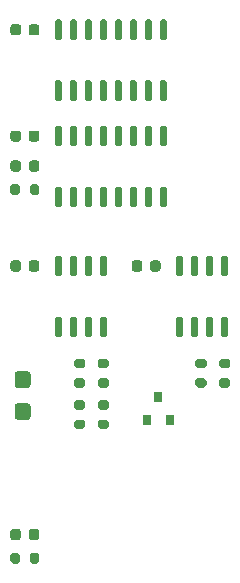
<source format=gtp>
%TF.GenerationSoftware,KiCad,Pcbnew,5.1.12-84ad8e8a86~92~ubuntu20.04.1*%
%TF.CreationDate,2021-12-12T16:01:27+01:00*%
%TF.ProjectId,C64 Joystick Switcher,43363420-4a6f-4797-9374-69636b205377,rev?*%
%TF.SameCoordinates,PX5b1e2c0PY21e9a40*%
%TF.FileFunction,Paste,Top*%
%TF.FilePolarity,Positive*%
%FSLAX46Y46*%
G04 Gerber Fmt 4.6, Leading zero omitted, Abs format (unit mm)*
G04 Created by KiCad (PCBNEW 5.1.12-84ad8e8a86~92~ubuntu20.04.1) date 2021-12-12 16:01:27*
%MOMM*%
%LPD*%
G01*
G04 APERTURE LIST*
%ADD10R,0.800000X0.900000*%
G04 APERTURE END LIST*
%TO.C,C5*%
G36*
G01*
X14830999Y-35490000D02*
X15681001Y-35490000D01*
G75*
G02*
X15931000Y-35739999I0J-249999D01*
G01*
X15931000Y-36640001D01*
G75*
G02*
X15681001Y-36890000I-249999J0D01*
G01*
X14830999Y-36890000D01*
G75*
G02*
X14581000Y-36640001I0J249999D01*
G01*
X14581000Y-35739999D01*
G75*
G02*
X14830999Y-35490000I249999J0D01*
G01*
G37*
G36*
G01*
X14830999Y-32790000D02*
X15681001Y-32790000D01*
G75*
G02*
X15931000Y-33039999I0J-249999D01*
G01*
X15931000Y-33940001D01*
G75*
G02*
X15681001Y-34190000I-249999J0D01*
G01*
X14830999Y-34190000D01*
G75*
G02*
X14581000Y-33940001I0J249999D01*
G01*
X14581000Y-33039999D01*
G75*
G02*
X14830999Y-32790000I249999J0D01*
G01*
G37*
%TD*%
D10*
%TO.C,Q1*%
X26756000Y-34940000D03*
X27706000Y-36940000D03*
X25806000Y-36940000D03*
%TD*%
%TO.C,D2*%
G36*
G01*
X15106000Y-46343750D02*
X15106000Y-46856250D01*
G75*
G02*
X14887250Y-47075000I-218750J0D01*
G01*
X14449750Y-47075000D01*
G75*
G02*
X14231000Y-46856250I0J218750D01*
G01*
X14231000Y-46343750D01*
G75*
G02*
X14449750Y-46125000I218750J0D01*
G01*
X14887250Y-46125000D01*
G75*
G02*
X15106000Y-46343750I0J-218750D01*
G01*
G37*
G36*
G01*
X16681000Y-46343750D02*
X16681000Y-46856250D01*
G75*
G02*
X16462250Y-47075000I-218750J0D01*
G01*
X16024750Y-47075000D01*
G75*
G02*
X15806000Y-46856250I0J218750D01*
G01*
X15806000Y-46343750D01*
G75*
G02*
X16024750Y-46125000I218750J0D01*
G01*
X16462250Y-46125000D01*
G75*
G02*
X16681000Y-46343750I0J-218750D01*
G01*
G37*
%TD*%
%TO.C,D1*%
G36*
G01*
X15106000Y-15143750D02*
X15106000Y-15656250D01*
G75*
G02*
X14887250Y-15875000I-218750J0D01*
G01*
X14449750Y-15875000D01*
G75*
G02*
X14231000Y-15656250I0J218750D01*
G01*
X14231000Y-15143750D01*
G75*
G02*
X14449750Y-14925000I218750J0D01*
G01*
X14887250Y-14925000D01*
G75*
G02*
X15106000Y-15143750I0J-218750D01*
G01*
G37*
G36*
G01*
X16681000Y-15143750D02*
X16681000Y-15656250D01*
G75*
G02*
X16462250Y-15875000I-218750J0D01*
G01*
X16024750Y-15875000D01*
G75*
G02*
X15806000Y-15656250I0J218750D01*
G01*
X15806000Y-15143750D01*
G75*
G02*
X16024750Y-14925000I218750J0D01*
G01*
X16462250Y-14925000D01*
G75*
G02*
X16681000Y-15143750I0J-218750D01*
G01*
G37*
%TD*%
%TO.C,U4*%
G36*
G01*
X18431000Y-24740000D02*
X18131000Y-24740000D01*
G75*
G02*
X17981000Y-24590000I0J150000D01*
G01*
X17981000Y-23140000D01*
G75*
G02*
X18131000Y-22990000I150000J0D01*
G01*
X18431000Y-22990000D01*
G75*
G02*
X18581000Y-23140000I0J-150000D01*
G01*
X18581000Y-24590000D01*
G75*
G02*
X18431000Y-24740000I-150000J0D01*
G01*
G37*
G36*
G01*
X19701000Y-24740000D02*
X19401000Y-24740000D01*
G75*
G02*
X19251000Y-24590000I0J150000D01*
G01*
X19251000Y-23140000D01*
G75*
G02*
X19401000Y-22990000I150000J0D01*
G01*
X19701000Y-22990000D01*
G75*
G02*
X19851000Y-23140000I0J-150000D01*
G01*
X19851000Y-24590000D01*
G75*
G02*
X19701000Y-24740000I-150000J0D01*
G01*
G37*
G36*
G01*
X20971000Y-24740000D02*
X20671000Y-24740000D01*
G75*
G02*
X20521000Y-24590000I0J150000D01*
G01*
X20521000Y-23140000D01*
G75*
G02*
X20671000Y-22990000I150000J0D01*
G01*
X20971000Y-22990000D01*
G75*
G02*
X21121000Y-23140000I0J-150000D01*
G01*
X21121000Y-24590000D01*
G75*
G02*
X20971000Y-24740000I-150000J0D01*
G01*
G37*
G36*
G01*
X22241000Y-24740000D02*
X21941000Y-24740000D01*
G75*
G02*
X21791000Y-24590000I0J150000D01*
G01*
X21791000Y-23140000D01*
G75*
G02*
X21941000Y-22990000I150000J0D01*
G01*
X22241000Y-22990000D01*
G75*
G02*
X22391000Y-23140000I0J-150000D01*
G01*
X22391000Y-24590000D01*
G75*
G02*
X22241000Y-24740000I-150000J0D01*
G01*
G37*
G36*
G01*
X22241000Y-29890000D02*
X21941000Y-29890000D01*
G75*
G02*
X21791000Y-29740000I0J150000D01*
G01*
X21791000Y-28290000D01*
G75*
G02*
X21941000Y-28140000I150000J0D01*
G01*
X22241000Y-28140000D01*
G75*
G02*
X22391000Y-28290000I0J-150000D01*
G01*
X22391000Y-29740000D01*
G75*
G02*
X22241000Y-29890000I-150000J0D01*
G01*
G37*
G36*
G01*
X20971000Y-29890000D02*
X20671000Y-29890000D01*
G75*
G02*
X20521000Y-29740000I0J150000D01*
G01*
X20521000Y-28290000D01*
G75*
G02*
X20671000Y-28140000I150000J0D01*
G01*
X20971000Y-28140000D01*
G75*
G02*
X21121000Y-28290000I0J-150000D01*
G01*
X21121000Y-29740000D01*
G75*
G02*
X20971000Y-29890000I-150000J0D01*
G01*
G37*
G36*
G01*
X19701000Y-29890000D02*
X19401000Y-29890000D01*
G75*
G02*
X19251000Y-29740000I0J150000D01*
G01*
X19251000Y-28290000D01*
G75*
G02*
X19401000Y-28140000I150000J0D01*
G01*
X19701000Y-28140000D01*
G75*
G02*
X19851000Y-28290000I0J-150000D01*
G01*
X19851000Y-29740000D01*
G75*
G02*
X19701000Y-29890000I-150000J0D01*
G01*
G37*
G36*
G01*
X18431000Y-29890000D02*
X18131000Y-29890000D01*
G75*
G02*
X17981000Y-29740000I0J150000D01*
G01*
X17981000Y-28290000D01*
G75*
G02*
X18131000Y-28140000I150000J0D01*
G01*
X18431000Y-28140000D01*
G75*
G02*
X18581000Y-28290000I0J-150000D01*
G01*
X18581000Y-29740000D01*
G75*
G02*
X18431000Y-29890000I-150000J0D01*
G01*
G37*
%TD*%
%TO.C,U3*%
G36*
G01*
X28701000Y-24740000D02*
X28401000Y-24740000D01*
G75*
G02*
X28251000Y-24590000I0J150000D01*
G01*
X28251000Y-23140000D01*
G75*
G02*
X28401000Y-22990000I150000J0D01*
G01*
X28701000Y-22990000D01*
G75*
G02*
X28851000Y-23140000I0J-150000D01*
G01*
X28851000Y-24590000D01*
G75*
G02*
X28701000Y-24740000I-150000J0D01*
G01*
G37*
G36*
G01*
X29971000Y-24740000D02*
X29671000Y-24740000D01*
G75*
G02*
X29521000Y-24590000I0J150000D01*
G01*
X29521000Y-23140000D01*
G75*
G02*
X29671000Y-22990000I150000J0D01*
G01*
X29971000Y-22990000D01*
G75*
G02*
X30121000Y-23140000I0J-150000D01*
G01*
X30121000Y-24590000D01*
G75*
G02*
X29971000Y-24740000I-150000J0D01*
G01*
G37*
G36*
G01*
X31241000Y-24740000D02*
X30941000Y-24740000D01*
G75*
G02*
X30791000Y-24590000I0J150000D01*
G01*
X30791000Y-23140000D01*
G75*
G02*
X30941000Y-22990000I150000J0D01*
G01*
X31241000Y-22990000D01*
G75*
G02*
X31391000Y-23140000I0J-150000D01*
G01*
X31391000Y-24590000D01*
G75*
G02*
X31241000Y-24740000I-150000J0D01*
G01*
G37*
G36*
G01*
X32511000Y-24740000D02*
X32211000Y-24740000D01*
G75*
G02*
X32061000Y-24590000I0J150000D01*
G01*
X32061000Y-23140000D01*
G75*
G02*
X32211000Y-22990000I150000J0D01*
G01*
X32511000Y-22990000D01*
G75*
G02*
X32661000Y-23140000I0J-150000D01*
G01*
X32661000Y-24590000D01*
G75*
G02*
X32511000Y-24740000I-150000J0D01*
G01*
G37*
G36*
G01*
X32511000Y-29890000D02*
X32211000Y-29890000D01*
G75*
G02*
X32061000Y-29740000I0J150000D01*
G01*
X32061000Y-28290000D01*
G75*
G02*
X32211000Y-28140000I150000J0D01*
G01*
X32511000Y-28140000D01*
G75*
G02*
X32661000Y-28290000I0J-150000D01*
G01*
X32661000Y-29740000D01*
G75*
G02*
X32511000Y-29890000I-150000J0D01*
G01*
G37*
G36*
G01*
X31241000Y-29890000D02*
X30941000Y-29890000D01*
G75*
G02*
X30791000Y-29740000I0J150000D01*
G01*
X30791000Y-28290000D01*
G75*
G02*
X30941000Y-28140000I150000J0D01*
G01*
X31241000Y-28140000D01*
G75*
G02*
X31391000Y-28290000I0J-150000D01*
G01*
X31391000Y-29740000D01*
G75*
G02*
X31241000Y-29890000I-150000J0D01*
G01*
G37*
G36*
G01*
X29971000Y-29890000D02*
X29671000Y-29890000D01*
G75*
G02*
X29521000Y-29740000I0J150000D01*
G01*
X29521000Y-28290000D01*
G75*
G02*
X29671000Y-28140000I150000J0D01*
G01*
X29971000Y-28140000D01*
G75*
G02*
X30121000Y-28290000I0J-150000D01*
G01*
X30121000Y-29740000D01*
G75*
G02*
X29971000Y-29890000I-150000J0D01*
G01*
G37*
G36*
G01*
X28701000Y-29890000D02*
X28401000Y-29890000D01*
G75*
G02*
X28251000Y-29740000I0J150000D01*
G01*
X28251000Y-28290000D01*
G75*
G02*
X28401000Y-28140000I150000J0D01*
G01*
X28701000Y-28140000D01*
G75*
G02*
X28851000Y-28290000I0J-150000D01*
G01*
X28851000Y-29740000D01*
G75*
G02*
X28701000Y-29890000I-150000J0D01*
G01*
G37*
%TD*%
%TO.C,U2*%
G36*
G01*
X18431000Y-4740000D02*
X18131000Y-4740000D01*
G75*
G02*
X17981000Y-4590000I0J150000D01*
G01*
X17981000Y-3140000D01*
G75*
G02*
X18131000Y-2990000I150000J0D01*
G01*
X18431000Y-2990000D01*
G75*
G02*
X18581000Y-3140000I0J-150000D01*
G01*
X18581000Y-4590000D01*
G75*
G02*
X18431000Y-4740000I-150000J0D01*
G01*
G37*
G36*
G01*
X19701000Y-4740000D02*
X19401000Y-4740000D01*
G75*
G02*
X19251000Y-4590000I0J150000D01*
G01*
X19251000Y-3140000D01*
G75*
G02*
X19401000Y-2990000I150000J0D01*
G01*
X19701000Y-2990000D01*
G75*
G02*
X19851000Y-3140000I0J-150000D01*
G01*
X19851000Y-4590000D01*
G75*
G02*
X19701000Y-4740000I-150000J0D01*
G01*
G37*
G36*
G01*
X20971000Y-4740000D02*
X20671000Y-4740000D01*
G75*
G02*
X20521000Y-4590000I0J150000D01*
G01*
X20521000Y-3140000D01*
G75*
G02*
X20671000Y-2990000I150000J0D01*
G01*
X20971000Y-2990000D01*
G75*
G02*
X21121000Y-3140000I0J-150000D01*
G01*
X21121000Y-4590000D01*
G75*
G02*
X20971000Y-4740000I-150000J0D01*
G01*
G37*
G36*
G01*
X22241000Y-4740000D02*
X21941000Y-4740000D01*
G75*
G02*
X21791000Y-4590000I0J150000D01*
G01*
X21791000Y-3140000D01*
G75*
G02*
X21941000Y-2990000I150000J0D01*
G01*
X22241000Y-2990000D01*
G75*
G02*
X22391000Y-3140000I0J-150000D01*
G01*
X22391000Y-4590000D01*
G75*
G02*
X22241000Y-4740000I-150000J0D01*
G01*
G37*
G36*
G01*
X23511000Y-4740000D02*
X23211000Y-4740000D01*
G75*
G02*
X23061000Y-4590000I0J150000D01*
G01*
X23061000Y-3140000D01*
G75*
G02*
X23211000Y-2990000I150000J0D01*
G01*
X23511000Y-2990000D01*
G75*
G02*
X23661000Y-3140000I0J-150000D01*
G01*
X23661000Y-4590000D01*
G75*
G02*
X23511000Y-4740000I-150000J0D01*
G01*
G37*
G36*
G01*
X24781000Y-4740000D02*
X24481000Y-4740000D01*
G75*
G02*
X24331000Y-4590000I0J150000D01*
G01*
X24331000Y-3140000D01*
G75*
G02*
X24481000Y-2990000I150000J0D01*
G01*
X24781000Y-2990000D01*
G75*
G02*
X24931000Y-3140000I0J-150000D01*
G01*
X24931000Y-4590000D01*
G75*
G02*
X24781000Y-4740000I-150000J0D01*
G01*
G37*
G36*
G01*
X26051000Y-4740000D02*
X25751000Y-4740000D01*
G75*
G02*
X25601000Y-4590000I0J150000D01*
G01*
X25601000Y-3140000D01*
G75*
G02*
X25751000Y-2990000I150000J0D01*
G01*
X26051000Y-2990000D01*
G75*
G02*
X26201000Y-3140000I0J-150000D01*
G01*
X26201000Y-4590000D01*
G75*
G02*
X26051000Y-4740000I-150000J0D01*
G01*
G37*
G36*
G01*
X27321000Y-4740000D02*
X27021000Y-4740000D01*
G75*
G02*
X26871000Y-4590000I0J150000D01*
G01*
X26871000Y-3140000D01*
G75*
G02*
X27021000Y-2990000I150000J0D01*
G01*
X27321000Y-2990000D01*
G75*
G02*
X27471000Y-3140000I0J-150000D01*
G01*
X27471000Y-4590000D01*
G75*
G02*
X27321000Y-4740000I-150000J0D01*
G01*
G37*
G36*
G01*
X27321000Y-9890000D02*
X27021000Y-9890000D01*
G75*
G02*
X26871000Y-9740000I0J150000D01*
G01*
X26871000Y-8290000D01*
G75*
G02*
X27021000Y-8140000I150000J0D01*
G01*
X27321000Y-8140000D01*
G75*
G02*
X27471000Y-8290000I0J-150000D01*
G01*
X27471000Y-9740000D01*
G75*
G02*
X27321000Y-9890000I-150000J0D01*
G01*
G37*
G36*
G01*
X26051000Y-9890000D02*
X25751000Y-9890000D01*
G75*
G02*
X25601000Y-9740000I0J150000D01*
G01*
X25601000Y-8290000D01*
G75*
G02*
X25751000Y-8140000I150000J0D01*
G01*
X26051000Y-8140000D01*
G75*
G02*
X26201000Y-8290000I0J-150000D01*
G01*
X26201000Y-9740000D01*
G75*
G02*
X26051000Y-9890000I-150000J0D01*
G01*
G37*
G36*
G01*
X24781000Y-9890000D02*
X24481000Y-9890000D01*
G75*
G02*
X24331000Y-9740000I0J150000D01*
G01*
X24331000Y-8290000D01*
G75*
G02*
X24481000Y-8140000I150000J0D01*
G01*
X24781000Y-8140000D01*
G75*
G02*
X24931000Y-8290000I0J-150000D01*
G01*
X24931000Y-9740000D01*
G75*
G02*
X24781000Y-9890000I-150000J0D01*
G01*
G37*
G36*
G01*
X23511000Y-9890000D02*
X23211000Y-9890000D01*
G75*
G02*
X23061000Y-9740000I0J150000D01*
G01*
X23061000Y-8290000D01*
G75*
G02*
X23211000Y-8140000I150000J0D01*
G01*
X23511000Y-8140000D01*
G75*
G02*
X23661000Y-8290000I0J-150000D01*
G01*
X23661000Y-9740000D01*
G75*
G02*
X23511000Y-9890000I-150000J0D01*
G01*
G37*
G36*
G01*
X22241000Y-9890000D02*
X21941000Y-9890000D01*
G75*
G02*
X21791000Y-9740000I0J150000D01*
G01*
X21791000Y-8290000D01*
G75*
G02*
X21941000Y-8140000I150000J0D01*
G01*
X22241000Y-8140000D01*
G75*
G02*
X22391000Y-8290000I0J-150000D01*
G01*
X22391000Y-9740000D01*
G75*
G02*
X22241000Y-9890000I-150000J0D01*
G01*
G37*
G36*
G01*
X20971000Y-9890000D02*
X20671000Y-9890000D01*
G75*
G02*
X20521000Y-9740000I0J150000D01*
G01*
X20521000Y-8290000D01*
G75*
G02*
X20671000Y-8140000I150000J0D01*
G01*
X20971000Y-8140000D01*
G75*
G02*
X21121000Y-8290000I0J-150000D01*
G01*
X21121000Y-9740000D01*
G75*
G02*
X20971000Y-9890000I-150000J0D01*
G01*
G37*
G36*
G01*
X19701000Y-9890000D02*
X19401000Y-9890000D01*
G75*
G02*
X19251000Y-9740000I0J150000D01*
G01*
X19251000Y-8290000D01*
G75*
G02*
X19401000Y-8140000I150000J0D01*
G01*
X19701000Y-8140000D01*
G75*
G02*
X19851000Y-8290000I0J-150000D01*
G01*
X19851000Y-9740000D01*
G75*
G02*
X19701000Y-9890000I-150000J0D01*
G01*
G37*
G36*
G01*
X18431000Y-9890000D02*
X18131000Y-9890000D01*
G75*
G02*
X17981000Y-9740000I0J150000D01*
G01*
X17981000Y-8290000D01*
G75*
G02*
X18131000Y-8140000I150000J0D01*
G01*
X18431000Y-8140000D01*
G75*
G02*
X18581000Y-8290000I0J-150000D01*
G01*
X18581000Y-9740000D01*
G75*
G02*
X18431000Y-9890000I-150000J0D01*
G01*
G37*
%TD*%
%TO.C,U1*%
G36*
G01*
X18431000Y-13740000D02*
X18131000Y-13740000D01*
G75*
G02*
X17981000Y-13590000I0J150000D01*
G01*
X17981000Y-12140000D01*
G75*
G02*
X18131000Y-11990000I150000J0D01*
G01*
X18431000Y-11990000D01*
G75*
G02*
X18581000Y-12140000I0J-150000D01*
G01*
X18581000Y-13590000D01*
G75*
G02*
X18431000Y-13740000I-150000J0D01*
G01*
G37*
G36*
G01*
X19701000Y-13740000D02*
X19401000Y-13740000D01*
G75*
G02*
X19251000Y-13590000I0J150000D01*
G01*
X19251000Y-12140000D01*
G75*
G02*
X19401000Y-11990000I150000J0D01*
G01*
X19701000Y-11990000D01*
G75*
G02*
X19851000Y-12140000I0J-150000D01*
G01*
X19851000Y-13590000D01*
G75*
G02*
X19701000Y-13740000I-150000J0D01*
G01*
G37*
G36*
G01*
X20971000Y-13740000D02*
X20671000Y-13740000D01*
G75*
G02*
X20521000Y-13590000I0J150000D01*
G01*
X20521000Y-12140000D01*
G75*
G02*
X20671000Y-11990000I150000J0D01*
G01*
X20971000Y-11990000D01*
G75*
G02*
X21121000Y-12140000I0J-150000D01*
G01*
X21121000Y-13590000D01*
G75*
G02*
X20971000Y-13740000I-150000J0D01*
G01*
G37*
G36*
G01*
X22241000Y-13740000D02*
X21941000Y-13740000D01*
G75*
G02*
X21791000Y-13590000I0J150000D01*
G01*
X21791000Y-12140000D01*
G75*
G02*
X21941000Y-11990000I150000J0D01*
G01*
X22241000Y-11990000D01*
G75*
G02*
X22391000Y-12140000I0J-150000D01*
G01*
X22391000Y-13590000D01*
G75*
G02*
X22241000Y-13740000I-150000J0D01*
G01*
G37*
G36*
G01*
X23511000Y-13740000D02*
X23211000Y-13740000D01*
G75*
G02*
X23061000Y-13590000I0J150000D01*
G01*
X23061000Y-12140000D01*
G75*
G02*
X23211000Y-11990000I150000J0D01*
G01*
X23511000Y-11990000D01*
G75*
G02*
X23661000Y-12140000I0J-150000D01*
G01*
X23661000Y-13590000D01*
G75*
G02*
X23511000Y-13740000I-150000J0D01*
G01*
G37*
G36*
G01*
X24781000Y-13740000D02*
X24481000Y-13740000D01*
G75*
G02*
X24331000Y-13590000I0J150000D01*
G01*
X24331000Y-12140000D01*
G75*
G02*
X24481000Y-11990000I150000J0D01*
G01*
X24781000Y-11990000D01*
G75*
G02*
X24931000Y-12140000I0J-150000D01*
G01*
X24931000Y-13590000D01*
G75*
G02*
X24781000Y-13740000I-150000J0D01*
G01*
G37*
G36*
G01*
X26051000Y-13740000D02*
X25751000Y-13740000D01*
G75*
G02*
X25601000Y-13590000I0J150000D01*
G01*
X25601000Y-12140000D01*
G75*
G02*
X25751000Y-11990000I150000J0D01*
G01*
X26051000Y-11990000D01*
G75*
G02*
X26201000Y-12140000I0J-150000D01*
G01*
X26201000Y-13590000D01*
G75*
G02*
X26051000Y-13740000I-150000J0D01*
G01*
G37*
G36*
G01*
X27321000Y-13740000D02*
X27021000Y-13740000D01*
G75*
G02*
X26871000Y-13590000I0J150000D01*
G01*
X26871000Y-12140000D01*
G75*
G02*
X27021000Y-11990000I150000J0D01*
G01*
X27321000Y-11990000D01*
G75*
G02*
X27471000Y-12140000I0J-150000D01*
G01*
X27471000Y-13590000D01*
G75*
G02*
X27321000Y-13740000I-150000J0D01*
G01*
G37*
G36*
G01*
X27321000Y-18890000D02*
X27021000Y-18890000D01*
G75*
G02*
X26871000Y-18740000I0J150000D01*
G01*
X26871000Y-17290000D01*
G75*
G02*
X27021000Y-17140000I150000J0D01*
G01*
X27321000Y-17140000D01*
G75*
G02*
X27471000Y-17290000I0J-150000D01*
G01*
X27471000Y-18740000D01*
G75*
G02*
X27321000Y-18890000I-150000J0D01*
G01*
G37*
G36*
G01*
X26051000Y-18890000D02*
X25751000Y-18890000D01*
G75*
G02*
X25601000Y-18740000I0J150000D01*
G01*
X25601000Y-17290000D01*
G75*
G02*
X25751000Y-17140000I150000J0D01*
G01*
X26051000Y-17140000D01*
G75*
G02*
X26201000Y-17290000I0J-150000D01*
G01*
X26201000Y-18740000D01*
G75*
G02*
X26051000Y-18890000I-150000J0D01*
G01*
G37*
G36*
G01*
X24781000Y-18890000D02*
X24481000Y-18890000D01*
G75*
G02*
X24331000Y-18740000I0J150000D01*
G01*
X24331000Y-17290000D01*
G75*
G02*
X24481000Y-17140000I150000J0D01*
G01*
X24781000Y-17140000D01*
G75*
G02*
X24931000Y-17290000I0J-150000D01*
G01*
X24931000Y-18740000D01*
G75*
G02*
X24781000Y-18890000I-150000J0D01*
G01*
G37*
G36*
G01*
X23511000Y-18890000D02*
X23211000Y-18890000D01*
G75*
G02*
X23061000Y-18740000I0J150000D01*
G01*
X23061000Y-17290000D01*
G75*
G02*
X23211000Y-17140000I150000J0D01*
G01*
X23511000Y-17140000D01*
G75*
G02*
X23661000Y-17290000I0J-150000D01*
G01*
X23661000Y-18740000D01*
G75*
G02*
X23511000Y-18890000I-150000J0D01*
G01*
G37*
G36*
G01*
X22241000Y-18890000D02*
X21941000Y-18890000D01*
G75*
G02*
X21791000Y-18740000I0J150000D01*
G01*
X21791000Y-17290000D01*
G75*
G02*
X21941000Y-17140000I150000J0D01*
G01*
X22241000Y-17140000D01*
G75*
G02*
X22391000Y-17290000I0J-150000D01*
G01*
X22391000Y-18740000D01*
G75*
G02*
X22241000Y-18890000I-150000J0D01*
G01*
G37*
G36*
G01*
X20971000Y-18890000D02*
X20671000Y-18890000D01*
G75*
G02*
X20521000Y-18740000I0J150000D01*
G01*
X20521000Y-17290000D01*
G75*
G02*
X20671000Y-17140000I150000J0D01*
G01*
X20971000Y-17140000D01*
G75*
G02*
X21121000Y-17290000I0J-150000D01*
G01*
X21121000Y-18740000D01*
G75*
G02*
X20971000Y-18890000I-150000J0D01*
G01*
G37*
G36*
G01*
X19701000Y-18890000D02*
X19401000Y-18890000D01*
G75*
G02*
X19251000Y-18740000I0J150000D01*
G01*
X19251000Y-17290000D01*
G75*
G02*
X19401000Y-17140000I150000J0D01*
G01*
X19701000Y-17140000D01*
G75*
G02*
X19851000Y-17290000I0J-150000D01*
G01*
X19851000Y-18740000D01*
G75*
G02*
X19701000Y-18890000I-150000J0D01*
G01*
G37*
G36*
G01*
X18431000Y-18890000D02*
X18131000Y-18890000D01*
G75*
G02*
X17981000Y-18740000I0J150000D01*
G01*
X17981000Y-17290000D01*
G75*
G02*
X18131000Y-17140000I150000J0D01*
G01*
X18431000Y-17140000D01*
G75*
G02*
X18581000Y-17290000I0J-150000D01*
G01*
X18581000Y-18740000D01*
G75*
G02*
X18431000Y-18890000I-150000J0D01*
G01*
G37*
%TD*%
%TO.C,R8*%
G36*
G01*
X19816000Y-33365000D02*
X20366000Y-33365000D01*
G75*
G02*
X20566000Y-33565000I0J-200000D01*
G01*
X20566000Y-33965000D01*
G75*
G02*
X20366000Y-34165000I-200000J0D01*
G01*
X19816000Y-34165000D01*
G75*
G02*
X19616000Y-33965000I0J200000D01*
G01*
X19616000Y-33565000D01*
G75*
G02*
X19816000Y-33365000I200000J0D01*
G01*
G37*
G36*
G01*
X19816000Y-31715000D02*
X20366000Y-31715000D01*
G75*
G02*
X20566000Y-31915000I0J-200000D01*
G01*
X20566000Y-32315000D01*
G75*
G02*
X20366000Y-32515000I-200000J0D01*
G01*
X19816000Y-32515000D01*
G75*
G02*
X19616000Y-32315000I0J200000D01*
G01*
X19616000Y-31915000D01*
G75*
G02*
X19816000Y-31715000I200000J0D01*
G01*
G37*
%TD*%
%TO.C,R7*%
G36*
G01*
X22366000Y-36015000D02*
X21816000Y-36015000D01*
G75*
G02*
X21616000Y-35815000I0J200000D01*
G01*
X21616000Y-35415000D01*
G75*
G02*
X21816000Y-35215000I200000J0D01*
G01*
X22366000Y-35215000D01*
G75*
G02*
X22566000Y-35415000I0J-200000D01*
G01*
X22566000Y-35815000D01*
G75*
G02*
X22366000Y-36015000I-200000J0D01*
G01*
G37*
G36*
G01*
X22366000Y-37665000D02*
X21816000Y-37665000D01*
G75*
G02*
X21616000Y-37465000I0J200000D01*
G01*
X21616000Y-37065000D01*
G75*
G02*
X21816000Y-36865000I200000J0D01*
G01*
X22366000Y-36865000D01*
G75*
G02*
X22566000Y-37065000I0J-200000D01*
G01*
X22566000Y-37465000D01*
G75*
G02*
X22366000Y-37665000I-200000J0D01*
G01*
G37*
%TD*%
%TO.C,R6*%
G36*
G01*
X19816000Y-36865000D02*
X20366000Y-36865000D01*
G75*
G02*
X20566000Y-37065000I0J-200000D01*
G01*
X20566000Y-37465000D01*
G75*
G02*
X20366000Y-37665000I-200000J0D01*
G01*
X19816000Y-37665000D01*
G75*
G02*
X19616000Y-37465000I0J200000D01*
G01*
X19616000Y-37065000D01*
G75*
G02*
X19816000Y-36865000I200000J0D01*
G01*
G37*
G36*
G01*
X19816000Y-35215000D02*
X20366000Y-35215000D01*
G75*
G02*
X20566000Y-35415000I0J-200000D01*
G01*
X20566000Y-35815000D01*
G75*
G02*
X20366000Y-36015000I-200000J0D01*
G01*
X19816000Y-36015000D01*
G75*
G02*
X19616000Y-35815000I0J200000D01*
G01*
X19616000Y-35415000D01*
G75*
G02*
X19816000Y-35215000I200000J0D01*
G01*
G37*
%TD*%
%TO.C,R5*%
G36*
G01*
X22366000Y-32515000D02*
X21816000Y-32515000D01*
G75*
G02*
X21616000Y-32315000I0J200000D01*
G01*
X21616000Y-31915000D01*
G75*
G02*
X21816000Y-31715000I200000J0D01*
G01*
X22366000Y-31715000D01*
G75*
G02*
X22566000Y-31915000I0J-200000D01*
G01*
X22566000Y-32315000D01*
G75*
G02*
X22366000Y-32515000I-200000J0D01*
G01*
G37*
G36*
G01*
X22366000Y-34165000D02*
X21816000Y-34165000D01*
G75*
G02*
X21616000Y-33965000I0J200000D01*
G01*
X21616000Y-33565000D01*
G75*
G02*
X21816000Y-33365000I200000J0D01*
G01*
X22366000Y-33365000D01*
G75*
G02*
X22566000Y-33565000I0J-200000D01*
G01*
X22566000Y-33965000D01*
G75*
G02*
X22366000Y-34165000I-200000J0D01*
G01*
G37*
%TD*%
%TO.C,R4*%
G36*
G01*
X15881000Y-48875000D02*
X15881000Y-48325000D01*
G75*
G02*
X16081000Y-48125000I200000J0D01*
G01*
X16481000Y-48125000D01*
G75*
G02*
X16681000Y-48325000I0J-200000D01*
G01*
X16681000Y-48875000D01*
G75*
G02*
X16481000Y-49075000I-200000J0D01*
G01*
X16081000Y-49075000D01*
G75*
G02*
X15881000Y-48875000I0J200000D01*
G01*
G37*
G36*
G01*
X14231000Y-48875000D02*
X14231000Y-48325000D01*
G75*
G02*
X14431000Y-48125000I200000J0D01*
G01*
X14831000Y-48125000D01*
G75*
G02*
X15031000Y-48325000I0J-200000D01*
G01*
X15031000Y-48875000D01*
G75*
G02*
X14831000Y-49075000I-200000J0D01*
G01*
X14431000Y-49075000D01*
G75*
G02*
X14231000Y-48875000I0J200000D01*
G01*
G37*
%TD*%
%TO.C,R3*%
G36*
G01*
X15031000Y-17125000D02*
X15031000Y-17675000D01*
G75*
G02*
X14831000Y-17875000I-200000J0D01*
G01*
X14431000Y-17875000D01*
G75*
G02*
X14231000Y-17675000I0J200000D01*
G01*
X14231000Y-17125000D01*
G75*
G02*
X14431000Y-16925000I200000J0D01*
G01*
X14831000Y-16925000D01*
G75*
G02*
X15031000Y-17125000I0J-200000D01*
G01*
G37*
G36*
G01*
X16681000Y-17125000D02*
X16681000Y-17675000D01*
G75*
G02*
X16481000Y-17875000I-200000J0D01*
G01*
X16081000Y-17875000D01*
G75*
G02*
X15881000Y-17675000I0J200000D01*
G01*
X15881000Y-17125000D01*
G75*
G02*
X16081000Y-16925000I200000J0D01*
G01*
X16481000Y-16925000D01*
G75*
G02*
X16681000Y-17125000I0J-200000D01*
G01*
G37*
%TD*%
%TO.C,R2*%
G36*
G01*
X30086000Y-33365000D02*
X30636000Y-33365000D01*
G75*
G02*
X30836000Y-33565000I0J-200000D01*
G01*
X30836000Y-33965000D01*
G75*
G02*
X30636000Y-34165000I-200000J0D01*
G01*
X30086000Y-34165000D01*
G75*
G02*
X29886000Y-33965000I0J200000D01*
G01*
X29886000Y-33565000D01*
G75*
G02*
X30086000Y-33365000I200000J0D01*
G01*
G37*
G36*
G01*
X30086000Y-31715000D02*
X30636000Y-31715000D01*
G75*
G02*
X30836000Y-31915000I0J-200000D01*
G01*
X30836000Y-32315000D01*
G75*
G02*
X30636000Y-32515000I-200000J0D01*
G01*
X30086000Y-32515000D01*
G75*
G02*
X29886000Y-32315000I0J200000D01*
G01*
X29886000Y-31915000D01*
G75*
G02*
X30086000Y-31715000I200000J0D01*
G01*
G37*
%TD*%
%TO.C,R1*%
G36*
G01*
X32086000Y-33365000D02*
X32636000Y-33365000D01*
G75*
G02*
X32836000Y-33565000I0J-200000D01*
G01*
X32836000Y-33965000D01*
G75*
G02*
X32636000Y-34165000I-200000J0D01*
G01*
X32086000Y-34165000D01*
G75*
G02*
X31886000Y-33965000I0J200000D01*
G01*
X31886000Y-33565000D01*
G75*
G02*
X32086000Y-33365000I200000J0D01*
G01*
G37*
G36*
G01*
X32086000Y-31715000D02*
X32636000Y-31715000D01*
G75*
G02*
X32836000Y-31915000I0J-200000D01*
G01*
X32836000Y-32315000D01*
G75*
G02*
X32636000Y-32515000I-200000J0D01*
G01*
X32086000Y-32515000D01*
G75*
G02*
X31886000Y-32315000I0J200000D01*
G01*
X31886000Y-31915000D01*
G75*
G02*
X32086000Y-31715000I200000J0D01*
G01*
G37*
%TD*%
%TO.C,C4*%
G36*
G01*
X15131000Y-23615000D02*
X15131000Y-24115000D01*
G75*
G02*
X14906000Y-24340000I-225000J0D01*
G01*
X14456000Y-24340000D01*
G75*
G02*
X14231000Y-24115000I0J225000D01*
G01*
X14231000Y-23615000D01*
G75*
G02*
X14456000Y-23390000I225000J0D01*
G01*
X14906000Y-23390000D01*
G75*
G02*
X15131000Y-23615000I0J-225000D01*
G01*
G37*
G36*
G01*
X16681000Y-23615000D02*
X16681000Y-24115000D01*
G75*
G02*
X16456000Y-24340000I-225000J0D01*
G01*
X16006000Y-24340000D01*
G75*
G02*
X15781000Y-24115000I0J225000D01*
G01*
X15781000Y-23615000D01*
G75*
G02*
X16006000Y-23390000I225000J0D01*
G01*
X16456000Y-23390000D01*
G75*
G02*
X16681000Y-23615000I0J-225000D01*
G01*
G37*
%TD*%
%TO.C,C3*%
G36*
G01*
X25401000Y-23615000D02*
X25401000Y-24115000D01*
G75*
G02*
X25176000Y-24340000I-225000J0D01*
G01*
X24726000Y-24340000D01*
G75*
G02*
X24501000Y-24115000I0J225000D01*
G01*
X24501000Y-23615000D01*
G75*
G02*
X24726000Y-23390000I225000J0D01*
G01*
X25176000Y-23390000D01*
G75*
G02*
X25401000Y-23615000I0J-225000D01*
G01*
G37*
G36*
G01*
X26951000Y-23615000D02*
X26951000Y-24115000D01*
G75*
G02*
X26726000Y-24340000I-225000J0D01*
G01*
X26276000Y-24340000D01*
G75*
G02*
X26051000Y-24115000I0J225000D01*
G01*
X26051000Y-23615000D01*
G75*
G02*
X26276000Y-23390000I225000J0D01*
G01*
X26726000Y-23390000D01*
G75*
G02*
X26951000Y-23615000I0J-225000D01*
G01*
G37*
%TD*%
%TO.C,C2*%
G36*
G01*
X15131000Y-12615000D02*
X15131000Y-13115000D01*
G75*
G02*
X14906000Y-13340000I-225000J0D01*
G01*
X14456000Y-13340000D01*
G75*
G02*
X14231000Y-13115000I0J225000D01*
G01*
X14231000Y-12615000D01*
G75*
G02*
X14456000Y-12390000I225000J0D01*
G01*
X14906000Y-12390000D01*
G75*
G02*
X15131000Y-12615000I0J-225000D01*
G01*
G37*
G36*
G01*
X16681000Y-12615000D02*
X16681000Y-13115000D01*
G75*
G02*
X16456000Y-13340000I-225000J0D01*
G01*
X16006000Y-13340000D01*
G75*
G02*
X15781000Y-13115000I0J225000D01*
G01*
X15781000Y-12615000D01*
G75*
G02*
X16006000Y-12390000I225000J0D01*
G01*
X16456000Y-12390000D01*
G75*
G02*
X16681000Y-12615000I0J-225000D01*
G01*
G37*
%TD*%
%TO.C,C1*%
G36*
G01*
X15131000Y-3615000D02*
X15131000Y-4115000D01*
G75*
G02*
X14906000Y-4340000I-225000J0D01*
G01*
X14456000Y-4340000D01*
G75*
G02*
X14231000Y-4115000I0J225000D01*
G01*
X14231000Y-3615000D01*
G75*
G02*
X14456000Y-3390000I225000J0D01*
G01*
X14906000Y-3390000D01*
G75*
G02*
X15131000Y-3615000I0J-225000D01*
G01*
G37*
G36*
G01*
X16681000Y-3615000D02*
X16681000Y-4115000D01*
G75*
G02*
X16456000Y-4340000I-225000J0D01*
G01*
X16006000Y-4340000D01*
G75*
G02*
X15781000Y-4115000I0J225000D01*
G01*
X15781000Y-3615000D01*
G75*
G02*
X16006000Y-3390000I225000J0D01*
G01*
X16456000Y-3390000D01*
G75*
G02*
X16681000Y-3615000I0J-225000D01*
G01*
G37*
%TD*%
M02*

</source>
